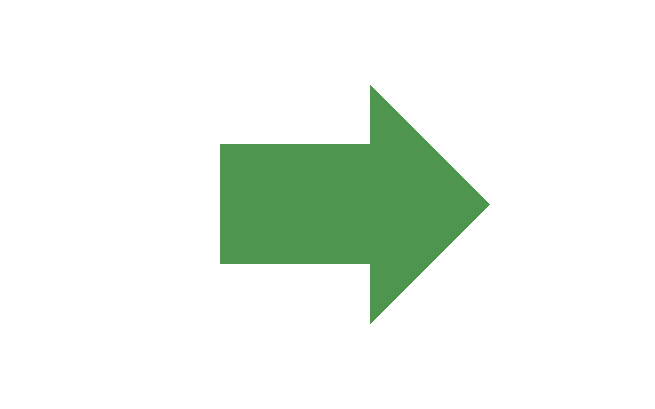
<source format=gbr>
%FSLAX34Y34*%%MOIN*%%ADD10R,1.0X0.5*%D10*G36*X200Y3000D02*G01X7000D01*G01Y1000D01*G01X11000Y5000D01*G01X7000Y9000D01*G01Y7000D01*G01X2000D01*G01Y3000D01*G37*M02*
</source>
